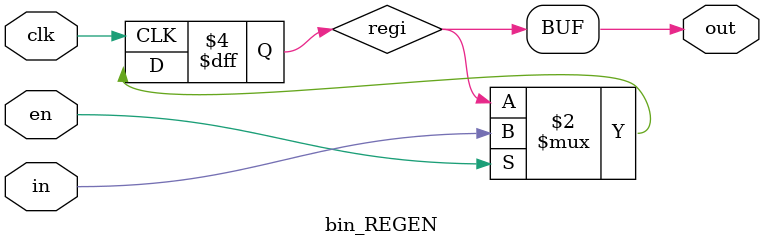
<source format=v>

(* keep_hierarchy = "yes", DONT_TOUCH = "yes" *)
module bin_REGEN 
#
(
    parameter W = 1
)
(
    input clk,
    input [W-1:0] in,
    output [W-1:0] out,
    input en
);

reg [W-1:0] regi;
always@(posedge clk)
if(en) begin
    regi <= in;
end

assign out = regi;

endmodule 

</source>
